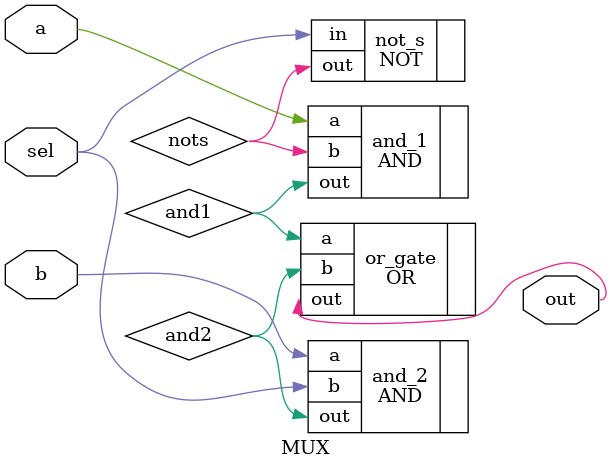
<source format=v>
module MUX (
    input a, b, sel,
    output out
);
    wire nots, and1, and2;
    NOT not_s (
        .in(sel),
        .out(nots)
    );
    AND and_1 (
        .a(a),
        .b(nots),
        .out(and1)
    );
    AND and_2 (
        .a(b),
        .b(sel),
        .out(and2)
    );
    OR or_gate (
        .a(and1),
        .b(and2),
        .out(out)
    );
endmodule
</source>
